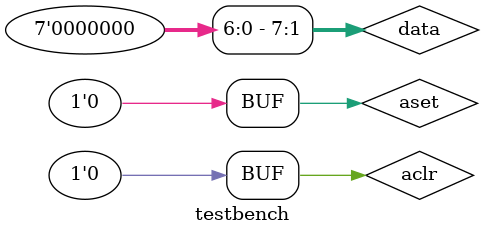
<source format=v>
module testbench ();
    parameter LAT_WIDTH = 8;
    reg aset, gate, aclr;
    reg [LAT_WIDTH-1:0] data;
    wire [LAT_WIDTH-1:0] q;
    D_latch #(LAT_WIDTH)dlat(aset, gate, aclr, data, q);

    initial begin
        aclr = 1;
        aset = 1;
        gate = 1;
        data = 3;
        #2;
        repeat(50) begin
            aclr = $random;
            aset = $random;
            gate = $random;
            data = $random;
            #2;
        end

        aclr = 0;
        aset = 0;
        repeat(150) begin
            gate = $random;
            data = $random;
            #2;
        end
    end
endmodule
</source>
